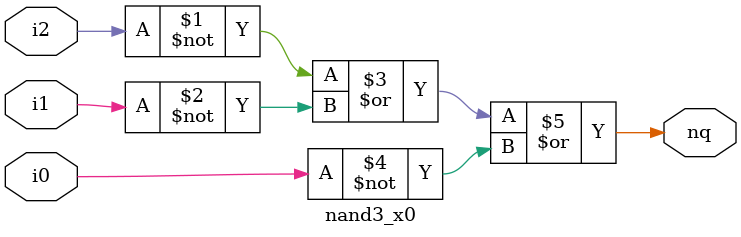
<source format=v>
/*                                                                      */
/*  Avertec Release v3.4p5 (64 bits on Linux 5.4.109+)                  */
/*  [AVT_only] host: runner-xxurkrix-project-41071638-concurrent-0      */
/*  [AVT_only] arch: x86_64                                             */
/*  [AVT_only] path: /opt/tasyag-3.4p5/bin/avt_shell                    */
/*  argv:                                                               */
/*                                                                      */
/*  User: root                                                          */
/*  Generation date Mon May 22 11:35:13 2023                            */
/*                                                                      */
/*  Verilog data flow description generated from `nand3_x0`             */
/*                                                                      */


`timescale 1 ps/1 ps

module nand3_x0 (nq, i0, i1, i2);

  output nq;
  input  i0;
  input  i1;
  input  i2;


  assign nq = (~(i2) | ~(i1) | ~(i0));

endmodule

</source>
